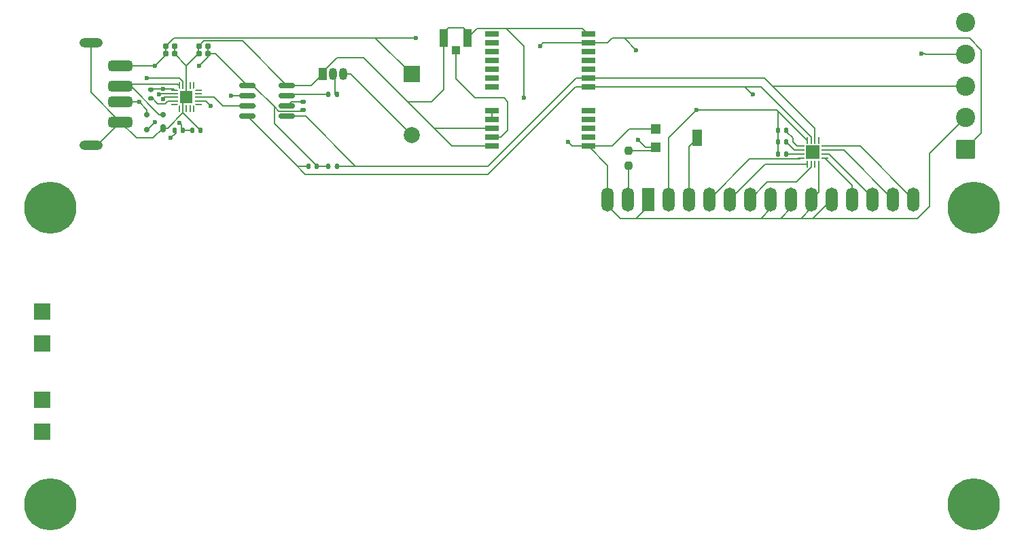
<source format=gbr>
%TF.GenerationSoftware,KiCad,Pcbnew,8.0.3*%
%TF.CreationDate,2024-06-24T16:42:43-03:00*%
%TF.ProjectId,kicad_project,6b696361-645f-4707-926f-6a6563742e6b,rev?*%
%TF.SameCoordinates,Original*%
%TF.FileFunction,Copper,L1,Top*%
%TF.FilePolarity,Positive*%
%FSLAX46Y46*%
G04 Gerber Fmt 4.6, Leading zero omitted, Abs format (unit mm)*
G04 Created by KiCad (PCBNEW 8.0.3) date 2024-06-24 16:42:43*
%MOMM*%
%LPD*%
G01*
G04 APERTURE LIST*
G04 Aperture macros list*
%AMRoundRect*
0 Rectangle with rounded corners*
0 $1 Rounding radius*
0 $2 $3 $4 $5 $6 $7 $8 $9 X,Y pos of 4 corners*
0 Add a 4 corners polygon primitive as box body*
4,1,4,$2,$3,$4,$5,$6,$7,$8,$9,$2,$3,0*
0 Add four circle primitives for the rounded corners*
1,1,$1+$1,$2,$3*
1,1,$1+$1,$4,$5*
1,1,$1+$1,$6,$7*
1,1,$1+$1,$8,$9*
0 Add four rect primitives between the rounded corners*
20,1,$1+$1,$2,$3,$4,$5,0*
20,1,$1+$1,$4,$5,$6,$7,0*
20,1,$1+$1,$6,$7,$8,$9,0*
20,1,$1+$1,$8,$9,$2,$3,0*%
%AMFreePoly0*
4,1,14,0.110355,0.410355,0.125000,0.375000,0.125000,-0.375000,0.110355,-0.410355,0.075000,-0.425000,0.045711,-0.425000,0.010356,-0.410355,-0.110355,-0.289644,-0.125000,-0.254289,-0.125000,0.375000,-0.110355,0.410355,-0.075000,0.425000,0.075000,0.425000,0.110355,0.410355,0.110355,0.410355,$1*%
%AMFreePoly1*
4,1,14,0.110355,0.410355,0.125000,0.375000,0.125000,-0.254289,0.110355,-0.289644,-0.010356,-0.410355,-0.045711,-0.425000,-0.075000,-0.425000,-0.110355,-0.410355,-0.125000,-0.375000,-0.125000,0.375000,-0.110355,0.410355,-0.075000,0.425000,0.075000,0.425000,0.110355,0.410355,0.110355,0.410355,$1*%
%AMFreePoly2*
4,1,14,0.410355,0.110355,0.425000,0.075000,0.425000,-0.075000,0.410355,-0.110355,0.375000,-0.125000,-0.375000,-0.125000,-0.410355,-0.110355,-0.425000,-0.075000,-0.425000,-0.045711,-0.410355,-0.010356,-0.289644,0.110355,-0.254289,0.125000,0.375000,0.125000,0.410355,0.110355,0.410355,0.110355,$1*%
%AMFreePoly3*
4,1,14,0.410355,0.110355,0.425000,0.075000,0.425000,-0.075000,0.410355,-0.110355,0.375000,-0.125000,-0.254289,-0.125000,-0.289644,-0.110355,-0.410355,0.010356,-0.425000,0.045711,-0.425000,0.075000,-0.410355,0.110355,-0.375000,0.125000,0.375000,0.125000,0.410355,0.110355,0.410355,0.110355,$1*%
%AMFreePoly4*
4,1,14,-0.010356,0.410355,0.110355,0.289644,0.125000,0.254289,0.125000,-0.375000,0.110355,-0.410355,0.075000,-0.425000,-0.075000,-0.425000,-0.110355,-0.410355,-0.125000,-0.375000,-0.125000,0.375000,-0.110355,0.410355,-0.075000,0.425000,-0.045711,0.425000,-0.010356,0.410355,-0.010356,0.410355,$1*%
%AMFreePoly5*
4,1,14,0.110355,0.410355,0.125000,0.375000,0.125000,-0.375000,0.110355,-0.410355,0.075000,-0.425000,-0.075000,-0.425000,-0.110355,-0.410355,-0.125000,-0.375000,-0.125000,0.254289,-0.110355,0.289644,0.010356,0.410355,0.045711,0.425000,0.075000,0.425000,0.110355,0.410355,0.110355,0.410355,$1*%
%AMFreePoly6*
4,1,14,0.410355,0.110355,0.425000,0.075000,0.425000,0.045711,0.410355,0.010356,0.289644,-0.110355,0.254289,-0.125000,-0.375000,-0.125000,-0.410355,-0.110355,-0.425000,-0.075000,-0.425000,0.075000,-0.410355,0.110355,-0.375000,0.125000,0.375000,0.125000,0.410355,0.110355,0.410355,0.110355,$1*%
%AMFreePoly7*
4,1,14,0.289644,0.110355,0.410355,-0.010356,0.425000,-0.045711,0.425000,-0.075000,0.410355,-0.110355,0.375000,-0.125000,-0.375000,-0.125000,-0.410355,-0.110355,-0.425000,-0.075000,-0.425000,0.075000,-0.410355,0.110355,-0.375000,0.125000,0.254289,0.125000,0.289644,0.110355,0.289644,0.110355,$1*%
G04 Aperture macros list end*
%TA.AperFunction,SMDPad,CuDef*%
%ADD10R,1.300000X1.300000*%
%TD*%
%TA.AperFunction,SMDPad,CuDef*%
%ADD11R,1.300000X2.000000*%
%TD*%
%TA.AperFunction,SMDPad,CuDef*%
%ADD12RoundRect,0.135000X0.135000X0.185000X-0.135000X0.185000X-0.135000X-0.185000X0.135000X-0.185000X0*%
%TD*%
%TA.AperFunction,SMDPad,CuDef*%
%ADD13RoundRect,0.135000X-0.135000X-0.185000X0.135000X-0.185000X0.135000X0.185000X-0.135000X0.185000X0*%
%TD*%
%TA.AperFunction,SMDPad,CuDef*%
%ADD14RoundRect,0.135000X-0.185000X0.135000X-0.185000X-0.135000X0.185000X-0.135000X0.185000X0.135000X0*%
%TD*%
%TA.AperFunction,SMDPad,CuDef*%
%ADD15RoundRect,0.135000X0.185000X-0.135000X0.185000X0.135000X-0.185000X0.135000X-0.185000X-0.135000X0*%
%TD*%
%TA.AperFunction,SMDPad,CuDef*%
%ADD16RoundRect,0.237500X0.237500X-0.250000X0.237500X0.250000X-0.237500X0.250000X-0.237500X-0.250000X0*%
%TD*%
%TA.AperFunction,SMDPad,CuDef*%
%ADD17RoundRect,0.150000X-0.825000X-0.150000X0.825000X-0.150000X0.825000X0.150000X-0.825000X0.150000X0*%
%TD*%
%TA.AperFunction,SMDPad,CuDef*%
%ADD18R,1.800000X0.800000*%
%TD*%
%TA.AperFunction,HeatsinkPad*%
%ADD19R,1.600000X1.600000*%
%TD*%
%TA.AperFunction,SMDPad,CuDef*%
%ADD20FreePoly0,270.000000*%
%TD*%
%TA.AperFunction,SMDPad,CuDef*%
%ADD21RoundRect,0.062500X-0.362500X0.062500X-0.362500X-0.062500X0.362500X-0.062500X0.362500X0.062500X0*%
%TD*%
%TA.AperFunction,SMDPad,CuDef*%
%ADD22FreePoly1,270.000000*%
%TD*%
%TA.AperFunction,SMDPad,CuDef*%
%ADD23FreePoly2,270.000000*%
%TD*%
%TA.AperFunction,SMDPad,CuDef*%
%ADD24RoundRect,0.062500X-0.062500X0.362500X-0.062500X-0.362500X0.062500X-0.362500X0.062500X0.362500X0*%
%TD*%
%TA.AperFunction,SMDPad,CuDef*%
%ADD25FreePoly3,270.000000*%
%TD*%
%TA.AperFunction,SMDPad,CuDef*%
%ADD26FreePoly4,270.000000*%
%TD*%
%TA.AperFunction,SMDPad,CuDef*%
%ADD27FreePoly5,270.000000*%
%TD*%
%TA.AperFunction,SMDPad,CuDef*%
%ADD28FreePoly6,270.000000*%
%TD*%
%TA.AperFunction,SMDPad,CuDef*%
%ADD29FreePoly7,270.000000*%
%TD*%
%TA.AperFunction,HeatsinkPad*%
%ADD30R,1.800000X1.800000*%
%TD*%
%TA.AperFunction,SMDPad,CuDef*%
%ADD31RoundRect,0.062500X-0.062500X-0.325000X0.062500X-0.325000X0.062500X0.325000X-0.062500X0.325000X0*%
%TD*%
%TA.AperFunction,SMDPad,CuDef*%
%ADD32RoundRect,0.062500X-0.325000X-0.062500X0.325000X-0.062500X0.325000X0.062500X-0.325000X0.062500X0*%
%TD*%
%TA.AperFunction,ComponentPad*%
%ADD33C,6.500000*%
%TD*%
%TA.AperFunction,ComponentPad*%
%ADD34R,1.500000X3.000000*%
%TD*%
%TA.AperFunction,ComponentPad*%
%ADD35O,1.500000X3.000000*%
%TD*%
%TA.AperFunction,ComponentPad*%
%ADD36R,2.000000X2.000000*%
%TD*%
%TA.AperFunction,ComponentPad*%
%ADD37R,1.050000X1.500000*%
%TD*%
%TA.AperFunction,ComponentPad*%
%ADD38O,1.050000X1.500000*%
%TD*%
%TA.AperFunction,SMDPad,CuDef*%
%ADD39R,1.100000X2.250000*%
%TD*%
%TA.AperFunction,SMDPad,CuDef*%
%ADD40R,1.050000X1.100000*%
%TD*%
%TA.AperFunction,ComponentPad*%
%ADD41RoundRect,0.250001X0.949999X-0.949999X0.949999X0.949999X-0.949999X0.949999X-0.949999X-0.949999X0*%
%TD*%
%TA.AperFunction,ComponentPad*%
%ADD42C,2.400000*%
%TD*%
%TA.AperFunction,SMDPad,CuDef*%
%ADD43RoundRect,0.325000X-1.175000X0.325000X-1.175000X-0.325000X1.175000X-0.325000X1.175000X0.325000X0*%
%TD*%
%TA.AperFunction,ComponentPad*%
%ADD44O,2.900000X1.200000*%
%TD*%
%TA.AperFunction,SMDPad,CuDef*%
%ADD45RoundRect,0.175000X0.175000X0.325000X-0.175000X0.325000X-0.175000X-0.325000X0.175000X-0.325000X0*%
%TD*%
%TA.AperFunction,SMDPad,CuDef*%
%ADD46RoundRect,0.150000X0.200000X0.150000X-0.200000X0.150000X-0.200000X-0.150000X0.200000X-0.150000X0*%
%TD*%
%TA.AperFunction,SMDPad,CuDef*%
%ADD47RoundRect,0.155000X0.212500X0.155000X-0.212500X0.155000X-0.212500X-0.155000X0.212500X-0.155000X0*%
%TD*%
%TA.AperFunction,SMDPad,CuDef*%
%ADD48RoundRect,0.155000X-0.212500X-0.155000X0.212500X-0.155000X0.212500X0.155000X-0.212500X0.155000X0*%
%TD*%
%TA.AperFunction,ComponentPad*%
%ADD49C,2.000000*%
%TD*%
%TA.AperFunction,ViaPad*%
%ADD50C,0.600000*%
%TD*%
%TA.AperFunction,Conductor*%
%ADD51C,0.200000*%
%TD*%
G04 APERTURE END LIST*
D10*
%TO.P,RV1,1,1*%
%TO.N,+5V*%
X162400000Y-80150000D03*
D11*
%TO.P,RV1,2,2*%
%TO.N,Net-(U1-VO)*%
X167600000Y-79000000D03*
D10*
%TO.P,RV1,3,3*%
%TO.N,GND*%
X162400000Y-77850000D03*
%TD*%
D12*
%TO.P,R3,1*%
%TO.N,Net-(U2-A2)*%
X178665000Y-81000000D03*
%TO.P,R3,2*%
%TO.N,+3V3*%
X177645000Y-81000000D03*
%TD*%
%TO.P,R2,1*%
%TO.N,Net-(U2-A1)*%
X178665000Y-79500000D03*
%TO.P,R2,2*%
%TO.N,+3V3*%
X177645000Y-79500000D03*
%TD*%
%TO.P,R1,1*%
%TO.N,Net-(U2-A0)*%
X178665000Y-78000000D03*
%TO.P,R1,2*%
%TO.N,+3V3*%
X177645000Y-78000000D03*
%TD*%
D13*
%TO.P,R6,1*%
%TO.N,Net-(U3-VBUS)*%
X104645000Y-78000000D03*
%TO.P,R6,2*%
%TO.N,GND*%
X105665000Y-78000000D03*
%TD*%
%TO.P,R5,1*%
%TO.N,+5V*%
X102455000Y-78000000D03*
%TO.P,R5,2*%
%TO.N,Net-(U3-VBUS)*%
X103475000Y-78000000D03*
%TD*%
D14*
%TO.P,R7,1*%
%TO.N,+3V3*%
X99500000Y-72990000D03*
%TO.P,R7,2*%
%TO.N,Net-(U3-~{RST})*%
X99500000Y-74010000D03*
%TD*%
D12*
%TO.P,R8,1*%
%TO.N,Net-(Q1-B)*%
X122665000Y-73500000D03*
%TO.P,R8,2*%
%TO.N,Net-(U5-PA3)*%
X121645000Y-73500000D03*
%TD*%
D15*
%TO.P,R9,1*%
%TO.N,+3V3*%
X118500000Y-75500000D03*
%TO.P,R9,2*%
%TO.N,Net-(U5-~{RESET}{slash}PA0)*%
X118500000Y-74480000D03*
%TD*%
D12*
%TO.P,R10,1*%
%TO.N,+3V3*%
X120165000Y-82500000D03*
%TO.P,R10,2*%
%TO.N,Net-(J2-Pin_4)*%
X119145000Y-82500000D03*
%TD*%
D13*
%TO.P,R11,1*%
%TO.N,+3V3*%
X121645000Y-82500000D03*
%TO.P,R11,2*%
%TO.N,Net-(J2-Pin_3)*%
X122665000Y-82500000D03*
%TD*%
D16*
%TO.P,R4,1*%
%TO.N,Net-(U1-A{slash}VEE)*%
X159000000Y-82412500D03*
%TO.P,R4,2*%
%TO.N,+5V*%
X159000000Y-80587500D03*
%TD*%
D17*
%TO.P,U5,1,VCC*%
%TO.N,+3V3*%
X111525000Y-72460000D03*
%TO.P,U5,2,PA6*%
%TO.N,Net-(U3-RXD)*%
X111525000Y-73730000D03*
%TO.P,U5,3,PA7*%
%TO.N,Net-(U3-TXD)*%
X111525000Y-75000000D03*
%TO.P,U5,4,PA1*%
%TO.N,Net-(J2-Pin_4)*%
X111525000Y-76270000D03*
%TO.P,U5,5,PA2*%
%TO.N,Net-(J2-Pin_3)*%
X116475000Y-76270000D03*
%TO.P,U5,6,~{RESET}/PA0*%
%TO.N,Net-(U5-~{RESET}{slash}PA0)*%
X116475000Y-75000000D03*
%TO.P,U5,7,PA3*%
%TO.N,Net-(U5-PA3)*%
X116475000Y-73730000D03*
%TO.P,U5,8,GND*%
%TO.N,GND*%
X116475000Y-72460000D03*
%TD*%
D18*
%TO.P,U4,1*%
%TO.N,N/C*%
X142000000Y-66000000D03*
%TO.P,U4,2,SS_N*%
%TO.N,unconnected-(U4-SS_N-Pad2)*%
X142000000Y-67100000D03*
%TO.P,U4,3,TIMEPULSE*%
%TO.N,unconnected-(U4-TIMEPULSE-Pad3)*%
X142000000Y-68200000D03*
%TO.P,U4,4,EXTINT0*%
%TO.N,unconnected-(U4-EXTINT0-Pad4)*%
X142000000Y-69300000D03*
%TO.P,U4,5,USB_DM*%
%TO.N,unconnected-(U4-USB_DM-Pad5)*%
X142000000Y-70400000D03*
%TO.P,U4,6,USB_DP*%
%TO.N,unconnected-(U4-USB_DP-Pad6)*%
X142000000Y-71500000D03*
%TO.P,U4,7,VDDUSB*%
%TO.N,unconnected-(U4-VDDUSB-Pad7)*%
X142000000Y-72600000D03*
%TO.P,U4,8,RSVD_8*%
%TO.N,Net-(U4-RSVD_8)*%
X142000000Y-75600000D03*
%TO.P,U4,9,VCC_RF*%
X142000000Y-76700000D03*
%TO.P,U4,10,GND*%
%TO.N,GND*%
X142000000Y-77800000D03*
%TO.P,U4,11,RF_IN*%
%TO.N,Net-(J3-SIG)*%
X142000000Y-78900000D03*
%TO.P,U4,12,GND*%
%TO.N,GND*%
X142000000Y-80000000D03*
%TO.P,U4,13,GND*%
X154000000Y-80000000D03*
%TO.P,U4,14,MOSI/CFG_COM0*%
%TO.N,unconnected-(U4-MOSI{slash}CFG_COM0-Pad14)*%
X154000000Y-78900000D03*
%TO.P,U4,15,MISO/CFG_COM1*%
%TO.N,unconnected-(U4-MISO{slash}CFG_COM1-Pad15)*%
X154000000Y-77800000D03*
%TO.P,U4,16,CFG_GPS0/SCK*%
%TO.N,unconnected-(U4-CFG_GPS0{slash}SCK-Pad16)*%
X154000000Y-76700000D03*
%TO.P,U4,17,RSVD_17*%
%TO.N,unconnected-(U4-RSVD_17-Pad17)*%
X154000000Y-75600000D03*
%TO.P,U4,18,SDA2*%
%TO.N,Net-(J2-Pin_4)*%
X154000000Y-72600000D03*
%TO.P,U4,19,SCL2*%
%TO.N,Net-(J2-Pin_3)*%
X154000000Y-71500000D03*
%TO.P,U4,20,TXD1*%
%TO.N,unconnected-(U4-TXD1-Pad20)*%
X154000000Y-70400000D03*
%TO.P,U4,21,RXD1*%
%TO.N,unconnected-(U4-RXD1-Pad21)*%
X154000000Y-69300000D03*
%TO.P,U4,22,V_BCKP*%
%TO.N,unconnected-(U4-V_BCKP-Pad22)*%
X154000000Y-68200000D03*
%TO.P,U4,23,VCC*%
%TO.N,+3V3*%
X154000000Y-67100000D03*
%TO.P,U4,24,GND*%
%TO.N,GND*%
X154000000Y-66000000D03*
%TD*%
D19*
%TO.P,U3,21,GND*%
%TO.N,GND*%
X103950000Y-73900000D03*
D20*
%TO.P,U3,20,~{TXT}/GPIO.2*%
%TO.N,unconnected-(U3-~{TXT}{slash}GPIO.2-Pad20)*%
X105400000Y-73000000D03*
D21*
%TO.P,U3,19,~{RXT}/GPIO.3*%
%TO.N,unconnected-(U3-~{RXT}{slash}GPIO.3-Pad19)*%
X105400000Y-73450000D03*
%TO.P,U3,18,TXD*%
%TO.N,Net-(U3-TXD)*%
X105400000Y-73900000D03*
%TO.P,U3,17,RXD*%
%TO.N,Net-(U3-RXD)*%
X105400000Y-74350000D03*
D22*
%TO.P,U3,16,~{RTS}*%
%TO.N,unconnected-(U3-~{RTS}-Pad16)*%
X105400000Y-74800000D03*
D23*
%TO.P,U3,15,~{CTS}*%
%TO.N,unconnected-(U3-~{CTS}-Pad15)*%
X104850000Y-75350000D03*
D24*
%TO.P,U3,14,SUSPEND*%
%TO.N,unconnected-(U3-SUSPEND-Pad14)*%
X104400000Y-75350000D03*
%TO.P,U3,13,~{WAKEUP}*%
%TO.N,unconnected-(U3-~{WAKEUP}-Pad13)*%
X103950000Y-75350000D03*
%TO.P,U3,12,GND*%
%TO.N,GND*%
X103500000Y-75350000D03*
D25*
%TO.P,U3,11,~{SUSPEND}*%
%TO.N,unconnected-(U3-~{SUSPEND}-Pad11)*%
X103050000Y-75350000D03*
D26*
%TO.P,U3,10,NC*%
%TO.N,unconnected-(U3-NC-Pad10)*%
X102500000Y-74800000D03*
D21*
%TO.P,U3,9,~{RST}*%
%TO.N,Net-(U3-~{RST})*%
X102500000Y-74350000D03*
%TO.P,U3,8,VBUS*%
%TO.N,Net-(U3-VBUS)*%
X102500000Y-73900000D03*
%TO.P,U3,7,VREGIN*%
%TO.N,+5V*%
X102500000Y-73450000D03*
D27*
%TO.P,U3,6,VDD*%
%TO.N,+3V3*%
X102500000Y-73000000D03*
D28*
%TO.P,U3,5,D-*%
%TO.N,Net-(J1-D-)*%
X103050000Y-72450000D03*
D24*
%TO.P,U3,4,D+*%
%TO.N,Net-(J1-D+)*%
X103500000Y-72450000D03*
%TO.P,U3,3,GND*%
%TO.N,GND*%
X103950000Y-72450000D03*
%TO.P,U3,2,CLK/GPIO.0*%
%TO.N,unconnected-(U3-CLK{slash}GPIO.0-Pad2)*%
X104400000Y-72450000D03*
D29*
%TO.P,U3,1,RS485/GPIO.1*%
%TO.N,unconnected-(U3-RS485{slash}GPIO.1-Pad1)*%
X104850000Y-72450000D03*
%TD*%
D30*
%TO.P,U2,17*%
%TO.N,N/C*%
X182012500Y-80750000D03*
D31*
%TO.P,U2,16,VDD*%
%TO.N,+3V3*%
X181262500Y-79262500D03*
%TO.P,U2,15,SDA*%
%TO.N,Net-(J2-Pin_4)*%
X181762500Y-79262500D03*
%TO.P,U2,14,SCL*%
%TO.N,Net-(J2-Pin_3)*%
X182262500Y-79262500D03*
%TO.P,U2,13,~{INT}*%
%TO.N,unconnected-(U2-~{INT}-Pad13)*%
X182762500Y-79262500D03*
D32*
%TO.P,U2,12,P7*%
%TO.N,Net-(U1-DB7)*%
X183500000Y-80000000D03*
%TO.P,U2,11,P6*%
%TO.N,Net-(U1-DB6)*%
X183500000Y-80500000D03*
%TO.P,U2,10,P5*%
%TO.N,Net-(U1-DB5)*%
X183500000Y-81000000D03*
%TO.P,U2,9,P4*%
%TO.N,Net-(U1-DB4)*%
X183500000Y-81500000D03*
D31*
%TO.P,U2,8,VSS*%
%TO.N,GND*%
X182762500Y-82237500D03*
%TO.P,U2,7,P3*%
%TO.N,unconnected-(U2-P3-Pad7)*%
X182262500Y-82237500D03*
%TO.P,U2,6,P2*%
%TO.N,Net-(U1-E)*%
X181762500Y-82237500D03*
%TO.P,U2,5,P1*%
%TO.N,Net-(U1-R{slash}~{W})*%
X181262500Y-82237500D03*
D32*
%TO.P,U2,4,P0*%
%TO.N,Net-(U1-RS)*%
X180525000Y-81500000D03*
%TO.P,U2,3,A2*%
%TO.N,Net-(U2-A2)*%
X180525000Y-81000000D03*
%TO.P,U2,2,A1*%
%TO.N,Net-(U2-A1)*%
X180525000Y-80500000D03*
%TO.P,U2,1,A0*%
%TO.N,Net-(U2-A0)*%
X180525000Y-80000000D03*
%TD*%
D33*
%TO.P,U1,*%
%TO.N,*%
X87000000Y-87642500D03*
X87000000Y-124642500D03*
X202000000Y-87642500D03*
X202000000Y-124642500D03*
D34*
%TO.P,U1,1,VSS*%
%TO.N,GND*%
X161500000Y-86642500D03*
D35*
%TO.P,U1,2,VDD*%
%TO.N,+3V3*%
X164040000Y-86642500D03*
%TO.P,U1,3,VO*%
%TO.N,Net-(U1-VO)*%
X166580000Y-86642500D03*
%TO.P,U1,4,RS*%
%TO.N,Net-(U1-RS)*%
X169120000Y-86642500D03*
%TO.P,U1,5,R/~{W}*%
%TO.N,Net-(U1-R{slash}~{W})*%
X171660000Y-86642500D03*
%TO.P,U1,6,E*%
%TO.N,Net-(U1-E)*%
X174200000Y-86642500D03*
%TO.P,U1,7,DB0*%
%TO.N,GND*%
X176740000Y-86642500D03*
%TO.P,U1,8,DB1*%
X179280000Y-86642500D03*
%TO.P,U1,9,DB2*%
X181820000Y-86642500D03*
%TO.P,U1,10,DB3*%
X184360000Y-86642500D03*
%TO.P,U1,11,DB4*%
%TO.N,Net-(U1-DB4)*%
X186900000Y-86642500D03*
%TO.P,U1,12,DB5*%
%TO.N,Net-(U1-DB5)*%
X189440000Y-86642500D03*
%TO.P,U1,13,DB6*%
%TO.N,Net-(U1-DB6)*%
X191980000Y-86642500D03*
%TO.P,U1,14,DB7*%
%TO.N,Net-(U1-DB7)*%
X194520000Y-86642500D03*
%TO.P,U1,15,A/VEE*%
%TO.N,Net-(U1-A{slash}VEE)*%
X158960000Y-86642500D03*
%TO.P,U1,16,K*%
%TO.N,GND*%
X156420000Y-86642500D03*
D36*
%TO.P,U1,A1,A1*%
%TO.N,unconnected-(U1-PadA1)*%
X86000000Y-100642500D03*
%TO.P,U1,A2,A2*%
%TO.N,unconnected-(U1-PadA2)*%
X86000000Y-111642500D03*
%TO.P,U1,K1,K1*%
%TO.N,unconnected-(U1-PadK1)*%
X86000000Y-104642500D03*
%TO.P,U1,K2,K2*%
%TO.N,unconnected-(U1-PadK2)*%
X86000000Y-115642500D03*
%TD*%
D37*
%TO.P,Q1,1,E*%
%TO.N,GND*%
X120960000Y-71000000D03*
D38*
%TO.P,Q1,2,B*%
%TO.N,Net-(Q1-B)*%
X122230000Y-71000000D03*
%TO.P,Q1,3,C*%
%TO.N,Net-(BZ1--)*%
X123500000Y-71000000D03*
%TD*%
D39*
%TO.P,J3,1,GND*%
%TO.N,GND*%
X136025000Y-66500000D03*
%TO.P,J3,2,GND*%
X138975000Y-66500000D03*
D40*
%TO.P,J3,3,SIG*%
%TO.N,Net-(J3-SIG)*%
X137500000Y-68050000D03*
%TD*%
D41*
%TO.P,J2,1,Pin_1*%
%TO.N,+3V3*%
X200982500Y-80420000D03*
D42*
%TO.P,J2,2,Pin_2*%
%TO.N,GND*%
X200982500Y-76460000D03*
%TO.P,J2,3,Pin_3*%
%TO.N,Net-(J2-Pin_3)*%
X200982500Y-72500000D03*
%TO.P,J2,4,Pin_4*%
%TO.N,Net-(J2-Pin_4)*%
X200982500Y-68540000D03*
%TO.P,J2,5,Pin_5*%
%TO.N,unconnected-(J2-Pin_5-Pad5)*%
X200982500Y-64580000D03*
%TD*%
D43*
%TO.P,J1,1,VBUS*%
%TO.N,+5V*%
X95740000Y-70000000D03*
%TO.P,J1,2,D-*%
%TO.N,Net-(J1-D-)*%
X95740000Y-72500000D03*
%TO.P,J1,3,D+*%
%TO.N,Net-(J1-D+)*%
X95740000Y-74500000D03*
%TO.P,J1,4,GND*%
%TO.N,GND*%
X95740000Y-77000000D03*
D44*
%TO.P,J1,5,Shield*%
X92040000Y-67100000D03*
X92040000Y-79900000D03*
%TD*%
D45*
%TO.P,D1,1,A*%
%TO.N,GND*%
X101000000Y-77750000D03*
D46*
%TO.P,D1,2,K*%
%TO.N,Net-(J1-D-)*%
X101000000Y-76050000D03*
%TO.P,D1,3,K*%
%TO.N,Net-(J1-D+)*%
X99000000Y-76050000D03*
%TO.P,D1,4,K*%
%TO.N,+5V*%
X99000000Y-77950000D03*
%TD*%
D47*
%TO.P,C4,2*%
%TO.N,GND*%
X105500000Y-68500000D03*
%TO.P,C4,1*%
%TO.N,+3V3*%
X106635000Y-68500000D03*
%TD*%
%TO.P,C3,2*%
%TO.N,GND*%
X105500000Y-67500000D03*
%TO.P,C3,1*%
%TO.N,+3V3*%
X106635000Y-67500000D03*
%TD*%
D48*
%TO.P,C2,2*%
%TO.N,GND*%
X102500000Y-68500000D03*
%TO.P,C2,1*%
%TO.N,+5V*%
X101365000Y-68500000D03*
%TD*%
%TO.P,C1,2*%
%TO.N,GND*%
X102500000Y-67500000D03*
%TO.P,C1,1*%
%TO.N,+5V*%
X101365000Y-67500000D03*
%TD*%
D36*
%TO.P,BZ1,1,+*%
%TO.N,+5V*%
X132000000Y-71000000D03*
D49*
%TO.P,BZ1,2,-*%
%TO.N,Net-(BZ1--)*%
X132000000Y-78600000D03*
%TD*%
D50*
%TO.N,+3V3*%
X167500000Y-75500000D03*
X160000000Y-68000000D03*
%TO.N,Net-(J2-Pin_4)*%
X195500000Y-68500000D03*
X174500000Y-73500000D03*
%TO.N,GND*%
X151500000Y-79500000D03*
X146000000Y-74000000D03*
%TO.N,+5V*%
X160250000Y-79250000D03*
X132500000Y-66500000D03*
%TO.N,+3V3*%
X148000000Y-67500000D03*
X101000000Y-72850000D03*
%TO.N,Net-(U3-VBUS)*%
X103103555Y-77103555D03*
X101038140Y-74091954D03*
%TO.N,+5V*%
X102000000Y-79000000D03*
%TO.N,Net-(U3-RXD)*%
X109500000Y-73730000D03*
X107000000Y-75000000D03*
%TO.N,+3V3*%
X105500000Y-70000000D03*
%TO.N,+5V*%
X100000000Y-77000000D03*
X100000000Y-70000000D03*
X100500000Y-73500000D03*
%TO.N,Net-(J1-D+)*%
X98050000Y-74500000D03*
X99000000Y-71500000D03*
%TD*%
D51*
%TO.N,Net-(U4-RSVD_8)*%
X142000000Y-76700000D02*
X142000000Y-75600000D01*
%TO.N,GND*%
X157000000Y-80000000D02*
X154000000Y-80000000D01*
X159150000Y-77850000D02*
X157000000Y-80000000D01*
X162400000Y-77850000D02*
X159150000Y-77850000D01*
%TO.N,+5V*%
X161150000Y-80150000D02*
X162175000Y-80150000D01*
X160250000Y-79250000D02*
X161150000Y-80150000D01*
%TO.N,Net-(U1-VO)*%
X166580000Y-80020000D02*
X167600000Y-79000000D01*
X166580000Y-86642500D02*
X166580000Y-80020000D01*
%TO.N,+5V*%
X161962500Y-80587500D02*
X162400000Y-80150000D01*
X159000000Y-80587500D02*
X161962500Y-80587500D01*
%TO.N,+3V3*%
X164040000Y-78960000D02*
X164040000Y-86642500D01*
X167500000Y-75500000D02*
X164040000Y-78960000D01*
X177500000Y-75500000D02*
X167500000Y-75500000D01*
X177645000Y-75645000D02*
X177500000Y-75500000D01*
X177645000Y-78000000D02*
X177645000Y-75645000D01*
X177645000Y-79500000D02*
X177645000Y-78000000D01*
X177645000Y-81000000D02*
X177645000Y-79500000D01*
%TO.N,Net-(U2-A0)*%
X178665000Y-78165000D02*
X178665000Y-78000000D01*
X179500000Y-79000000D02*
X178665000Y-78165000D01*
X179500000Y-79500000D02*
X179500000Y-79000000D01*
X180000000Y-80000000D02*
X179500000Y-79500000D01*
X180525000Y-80000000D02*
X180000000Y-80000000D01*
%TO.N,Net-(U2-A1)*%
X179665000Y-80500000D02*
X178665000Y-79500000D01*
X180525000Y-80500000D02*
X179665000Y-80500000D01*
%TO.N,Net-(U2-A2)*%
X180525000Y-81000000D02*
X178665000Y-81000000D01*
%TO.N,Net-(U1-RS)*%
X180400000Y-81625000D02*
X180525000Y-81500000D01*
X174137500Y-81625000D02*
X180400000Y-81625000D01*
X169120000Y-86642500D02*
X174137500Y-81625000D01*
%TO.N,+3V3*%
X181262500Y-79262500D02*
X177500000Y-75500000D01*
%TO.N,GND*%
X103500000Y-75839386D02*
X103500000Y-75350000D01*
X105660614Y-78000000D02*
X103500000Y-75839386D01*
X105665000Y-78000000D02*
X105660614Y-78000000D01*
%TO.N,Net-(U5-~{RESET}{slash}PA0)*%
X116995000Y-74480000D02*
X116475000Y-75000000D01*
X118500000Y-74480000D02*
X116995000Y-74480000D01*
%TO.N,+3V3*%
X201500000Y-66500000D02*
X157500000Y-66500000D01*
X203000000Y-68000000D02*
X201500000Y-66500000D01*
X203000000Y-78402500D02*
X203000000Y-68000000D01*
X200982500Y-80420000D02*
X203000000Y-78402500D01*
X160000000Y-68000000D02*
X158500000Y-66500000D01*
X157000000Y-66500000D02*
X157500000Y-66500000D01*
X158500000Y-66500000D02*
X157500000Y-66500000D01*
%TO.N,Net-(J2-Pin_4)*%
X196040000Y-68540000D02*
X200982500Y-68540000D01*
X196000000Y-68500000D02*
X196040000Y-68540000D01*
X195500000Y-68500000D02*
X196000000Y-68500000D01*
X173500000Y-72600000D02*
X154000000Y-72600000D01*
X173500000Y-72600000D02*
X174400000Y-73500000D01*
X174400000Y-73500000D02*
X174500000Y-73500000D01*
X175501886Y-72600000D02*
X173500000Y-72600000D01*
%TO.N,Net-(J2-Pin_3)*%
X177000000Y-72500000D02*
X176000000Y-71500000D01*
X182262500Y-77762500D02*
X177000000Y-72500000D01*
X200982500Y-72500000D02*
X177000000Y-72500000D01*
%TO.N,Net-(J2-Pin_4)*%
X181762500Y-78860614D02*
X175501886Y-72600000D01*
X181762500Y-79262500D02*
X181762500Y-78860614D01*
X154000000Y-72600000D02*
X154300000Y-72900000D01*
%TO.N,Net-(J2-Pin_3)*%
X176000000Y-71500000D02*
X154000000Y-71500000D01*
X182262500Y-79262500D02*
X182262500Y-77762500D01*
X118770000Y-76270000D02*
X125000000Y-82500000D01*
X116475000Y-76270000D02*
X118770000Y-76270000D01*
X125000000Y-82500000D02*
X122475000Y-82500000D01*
X141500000Y-82500000D02*
X125000000Y-82500000D01*
X152500000Y-71500000D02*
X141500000Y-82500000D01*
X154000000Y-71500000D02*
X152500000Y-71500000D01*
%TO.N,Net-(J2-Pin_4)*%
X152400000Y-72600000D02*
X154000000Y-72600000D01*
X118755000Y-83500000D02*
X141500000Y-83500000D01*
X141500000Y-83500000D02*
X152400000Y-72600000D01*
X117377500Y-82122500D02*
X118755000Y-83500000D01*
%TO.N,GND*%
X152000000Y-80000000D02*
X151500000Y-79500000D01*
X146000000Y-74000000D02*
X146000000Y-73000000D01*
X154000000Y-80000000D02*
X152000000Y-80000000D01*
%TO.N,+3V3*%
X156400000Y-67100000D02*
X157000000Y-66500000D01*
X154000000Y-67100000D02*
X156400000Y-67100000D01*
%TO.N,GND*%
X196500000Y-87500000D02*
X195000000Y-89000000D01*
X196500000Y-80942500D02*
X196500000Y-87500000D01*
X200982500Y-76460000D02*
X196500000Y-80942500D01*
X195000000Y-89000000D02*
X182000000Y-89000000D01*
X182000000Y-89000000D02*
X182002500Y-89000000D01*
X180500000Y-89000000D02*
X182000000Y-89000000D01*
%TO.N,Net-(U1-E)*%
X176342500Y-84500000D02*
X174200000Y-86642500D01*
X179901886Y-84500000D02*
X176342500Y-84500000D01*
X181762500Y-82639386D02*
X179901886Y-84500000D01*
X181762500Y-82237500D02*
X181762500Y-82639386D01*
%TO.N,Net-(U1-R{slash}~{W})*%
X181262500Y-82237500D02*
X176065000Y-82237500D01*
X176065000Y-82237500D02*
X171660000Y-86642500D01*
%TO.N,GND*%
X182762500Y-85700000D02*
X181820000Y-86642500D01*
X182762500Y-82237500D02*
X182762500Y-85700000D01*
%TO.N,Net-(U1-DB4)*%
X186900000Y-84900000D02*
X186900000Y-86642500D01*
X183500000Y-81500000D02*
X186900000Y-84900000D01*
%TO.N,Net-(U1-DB5)*%
X189440000Y-86442500D02*
X189440000Y-86642500D01*
X183997500Y-81000000D02*
X189440000Y-86442500D01*
X183500000Y-81000000D02*
X183997500Y-81000000D01*
%TO.N,Net-(U1-DB6)*%
X185837500Y-80500000D02*
X191980000Y-86642500D01*
X183500000Y-80500000D02*
X185837500Y-80500000D01*
%TO.N,Net-(U1-DB7)*%
X183500000Y-80000000D02*
X187877500Y-80000000D01*
X187877500Y-80000000D02*
X194520000Y-86642500D01*
%TO.N,Net-(U1-A{slash}VEE)*%
X159000000Y-86602500D02*
X158960000Y-86642500D01*
X159000000Y-82412500D02*
X159000000Y-86602500D01*
%TO.N,GND*%
X156420000Y-82420000D02*
X154000000Y-80000000D01*
X156420000Y-86642500D02*
X156420000Y-82420000D01*
%TO.N,+5V*%
X132490000Y-66490000D02*
X132500000Y-66500000D01*
X127490000Y-66490000D02*
X132490000Y-66490000D01*
%TO.N,GND*%
X161500000Y-86642500D02*
X161500000Y-87500000D01*
X161500000Y-87500000D02*
X160000000Y-89000000D01*
X160000000Y-89000000D02*
X175500000Y-89000000D01*
X158000000Y-89000000D02*
X160000000Y-89000000D01*
X176740000Y-87760000D02*
X175500000Y-89000000D01*
X175500000Y-89000000D02*
X178000000Y-89000000D01*
X176740000Y-86642500D02*
X176740000Y-87760000D01*
X179280000Y-87720000D02*
X178000000Y-89000000D01*
X178000000Y-89000000D02*
X180500000Y-89000000D01*
X179280000Y-86642500D02*
X179280000Y-87720000D01*
X181820000Y-86642500D02*
X181820000Y-87680000D01*
X181820000Y-87680000D02*
X180500000Y-89000000D01*
X156420000Y-87420000D02*
X158000000Y-89000000D01*
X182002500Y-89000000D02*
X184360000Y-86642500D01*
X156420000Y-86642500D02*
X156420000Y-87420000D01*
X146000000Y-67500000D02*
X143800000Y-65300000D01*
X143000000Y-65300000D02*
X153300000Y-65300000D01*
X143800000Y-65300000D02*
X143000000Y-65300000D01*
X146000000Y-73100000D02*
X146000000Y-67500000D01*
X140175000Y-65300000D02*
X143000000Y-65300000D01*
%TO.N,+3V3*%
X148400000Y-67100000D02*
X148000000Y-67500000D01*
X154000000Y-67100000D02*
X148400000Y-67100000D01*
%TO.N,GND*%
X153300000Y-65300000D02*
X154000000Y-66000000D01*
X138975000Y-66500000D02*
X140175000Y-65300000D01*
%TO.N,Net-(J3-SIG)*%
X143100000Y-78900000D02*
X142000000Y-78900000D01*
X144000000Y-78000000D02*
X143100000Y-78900000D01*
X139900000Y-74000000D02*
X143500000Y-74000000D01*
X137500000Y-71600000D02*
X139900000Y-74000000D01*
X144000000Y-74500000D02*
X144000000Y-78000000D01*
X137500000Y-68050000D02*
X137500000Y-71600000D01*
X143500000Y-74000000D02*
X144000000Y-74500000D01*
%TO.N,GND*%
X138975000Y-65783578D02*
X138975000Y-66500000D01*
X138441422Y-65250000D02*
X138975000Y-65783578D01*
X136555514Y-65250000D02*
X138441422Y-65250000D01*
X136025000Y-65780514D02*
X136555514Y-65250000D01*
X136025000Y-66500000D02*
X136025000Y-65780514D01*
X134450000Y-74500000D02*
X131500000Y-74500000D01*
X136025000Y-66500000D02*
X136025000Y-72925000D01*
X131500000Y-74500000D02*
X126000000Y-69000000D01*
X134800000Y-77800000D02*
X131500000Y-74500000D01*
X136025000Y-72925000D02*
X134450000Y-74500000D01*
X137000000Y-80000000D02*
X134800000Y-77800000D01*
X142000000Y-80000000D02*
X137000000Y-80000000D01*
X120960000Y-70775000D02*
X120960000Y-71000000D01*
X122735000Y-69000000D02*
X120960000Y-70775000D01*
X126000000Y-69000000D02*
X122735000Y-69000000D01*
X142000000Y-77800000D02*
X134800000Y-77800000D01*
%TO.N,+5V*%
X102375000Y-66490000D02*
X101365000Y-67500000D01*
X127490000Y-66490000D02*
X102375000Y-66490000D01*
X132000000Y-71000000D02*
X127490000Y-66490000D01*
%TO.N,Net-(BZ1--)*%
X124400000Y-71000000D02*
X132000000Y-78600000D01*
X123500000Y-71000000D02*
X124400000Y-71000000D01*
%TO.N,Net-(Q1-B)*%
X122475000Y-73500000D02*
X122475000Y-71245000D01*
X122475000Y-71245000D02*
X122230000Y-71000000D01*
%TO.N,GND*%
X119500000Y-72460000D02*
X120960000Y-71000000D01*
X116475000Y-72460000D02*
X119500000Y-72460000D01*
%TO.N,Net-(U5-PA3)*%
X116705000Y-73500000D02*
X116475000Y-73730000D01*
X121835000Y-73500000D02*
X116705000Y-73500000D01*
%TO.N,Net-(J2-Pin_4)*%
X117755000Y-82500000D02*
X117377500Y-82122500D01*
X119335000Y-82500000D02*
X117755000Y-82500000D01*
X111525000Y-76270000D02*
X117377500Y-82122500D01*
%TO.N,+3V3*%
X114894724Y-77219725D02*
X114894724Y-75105276D01*
X119975000Y-82300001D02*
X114894724Y-77219725D01*
X119975000Y-82500000D02*
X119975000Y-82300001D01*
X114894724Y-75105276D02*
X115454448Y-75665000D01*
X112249448Y-72460000D02*
X114894724Y-75105276D01*
X121835000Y-82500000D02*
X119975000Y-82500000D01*
%TO.N,Net-(U5-~{RESET}{slash}PA0)*%
X116500000Y-75025000D02*
X116475000Y-75000000D01*
%TO.N,+3V3*%
X115454448Y-75665000D02*
X118500000Y-75665000D01*
X111525000Y-72460000D02*
X112249448Y-72460000D01*
%TO.N,GND*%
X110905000Y-66890000D02*
X116475000Y-72460000D01*
X106110000Y-66890000D02*
X110905000Y-66890000D01*
X105500000Y-67500000D02*
X106110000Y-66890000D01*
%TO.N,+3V3*%
X107565000Y-68500000D02*
X106635000Y-68500000D01*
X111525000Y-72460000D02*
X107565000Y-68500000D01*
%TO.N,Net-(U3-RXD)*%
X109500000Y-73730000D02*
X112550000Y-73730000D01*
%TO.N,Net-(J1-D-)*%
X102850000Y-72250000D02*
X103050000Y-72450000D01*
X95740000Y-72500000D02*
X95990000Y-72250000D01*
X95990000Y-72250000D02*
X102850000Y-72250000D01*
%TO.N,+3V3*%
X99830000Y-72850000D02*
X101000000Y-72850000D01*
X99500000Y-73180000D02*
X99830000Y-72850000D01*
X101000000Y-72850000D02*
X102350000Y-72850000D01*
X102350000Y-72850000D02*
X102500000Y-73000000D01*
%TO.N,Net-(U3-~{RST})*%
X101286669Y-74691954D02*
X101628623Y-74350000D01*
X99500000Y-73820000D02*
X100371954Y-74691954D01*
X100371954Y-74691954D02*
X101286669Y-74691954D01*
X101628623Y-74350000D02*
X102500000Y-74350000D01*
%TO.N,Net-(U3-VBUS)*%
X103285000Y-77285000D02*
X103285000Y-78000000D01*
X103103555Y-77103555D02*
X103285000Y-77285000D01*
X101230094Y-73900000D02*
X101038140Y-74091954D01*
X102500000Y-73900000D02*
X101230094Y-73900000D01*
%TO.N,+5V*%
X100550000Y-73450000D02*
X102500000Y-73450000D01*
X100500000Y-73500000D02*
X100550000Y-73450000D01*
%TO.N,Net-(J1-D-)*%
X101000000Y-76050000D02*
X100550000Y-76050000D01*
X100550000Y-76050000D02*
X96950000Y-72450000D01*
%TO.N,Net-(U3-VBUS)*%
X103285000Y-78000000D02*
X104835000Y-78000000D01*
%TO.N,+5V*%
X102645000Y-78355000D02*
X102000000Y-79000000D01*
X102645000Y-78000000D02*
X102645000Y-78355000D01*
%TO.N,Net-(U3-RXD)*%
X106350000Y-74350000D02*
X105400000Y-74350000D01*
X107000000Y-75000000D02*
X106350000Y-74350000D01*
%TO.N,Net-(U3-TXD)*%
X108500000Y-75000000D02*
X112550000Y-75000000D01*
X107400000Y-73900000D02*
X108500000Y-75000000D01*
X105400000Y-73900000D02*
X107400000Y-73900000D01*
%TO.N,GND*%
X103500000Y-74350000D02*
X103500000Y-75350000D01*
X103950000Y-73900000D02*
X103500000Y-74350000D01*
X103950000Y-73900000D02*
X103950000Y-72450000D01*
%TO.N,+3V3*%
X106635000Y-68865000D02*
X106635000Y-68500000D01*
X105500000Y-70000000D02*
X106635000Y-68865000D01*
X106635000Y-67500000D02*
X106635000Y-68500000D01*
%TO.N,GND*%
X105432500Y-68432500D02*
X105500000Y-68500000D01*
X105432500Y-67500000D02*
X105432500Y-68432500D01*
X103950000Y-69950000D02*
X105400000Y-68500000D01*
%TO.N,Net-(J1-D+)*%
X99000000Y-71500000D02*
X103058580Y-71500000D01*
X103500000Y-71941420D02*
X103500000Y-72450000D01*
X103058580Y-71500000D02*
X103500000Y-71941420D01*
%TO.N,GND*%
X103950000Y-69950000D02*
X103950000Y-72450000D01*
X102500000Y-68500000D02*
X103950000Y-69950000D01*
X102500000Y-67500000D02*
X102500000Y-68500000D01*
%TO.N,+5V*%
X101365000Y-67567500D02*
X101432500Y-67500000D01*
X101365000Y-68500000D02*
X101365000Y-67567500D01*
X101365000Y-68635000D02*
X100000000Y-70000000D01*
X101365000Y-68500000D02*
X101365000Y-68635000D01*
%TO.N,GND*%
X101608580Y-77750000D02*
X101000000Y-77750000D01*
X103500000Y-75858580D02*
X101608580Y-77750000D01*
X103500000Y-75350000D02*
X103500000Y-75858580D01*
X99750000Y-79000000D02*
X101000000Y-77750000D01*
X97740000Y-79000000D02*
X99750000Y-79000000D01*
X95740000Y-77000000D02*
X97740000Y-79000000D01*
%TO.N,+5V*%
X99050000Y-77950000D02*
X100000000Y-77000000D01*
X99000000Y-77950000D02*
X99050000Y-77950000D01*
%TO.N,Net-(J1-D+)*%
X99000000Y-75450000D02*
X99000000Y-76050000D01*
X98050000Y-74500000D02*
X99000000Y-75450000D01*
%TO.N,GND*%
X92840000Y-79900000D02*
X92040000Y-79900000D01*
X95740000Y-77000000D02*
X92840000Y-79900000D01*
X92040000Y-73300000D02*
X95740000Y-77000000D01*
X92040000Y-67100000D02*
X92040000Y-73300000D01*
%TO.N,+5V*%
X100000000Y-70000000D02*
X95740000Y-70000000D01*
X102500000Y-73450000D02*
X102500000Y-73475000D01*
%TO.N,Net-(J1-D+)*%
X98050000Y-74500000D02*
X95740000Y-74500000D01*
%TD*%
M02*

</source>
